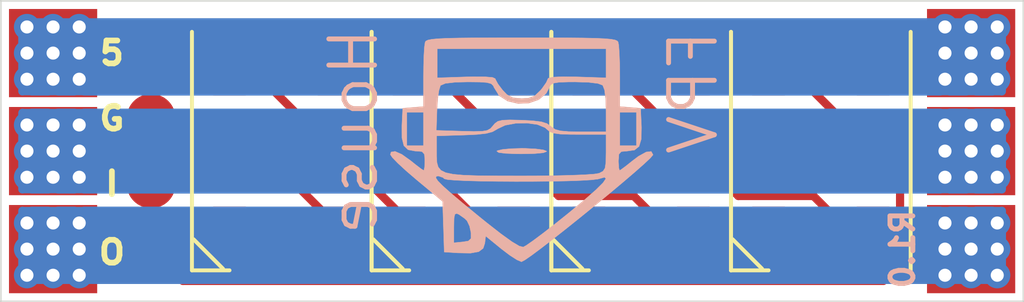
<source format=kicad_pcb>
(kicad_pcb (version 20171130) (host pcbnew "(5.1.4)-1")

  (general
    (thickness 1.6)
    (drawings 17)
    (tracks 118)
    (zones 0)
    (modules 8)
    (nets 11)
  )

  (page A4)
  (layers
    (0 F.Cu signal hide)
    (1 In1.Cu signal hide)
    (2 In2.Cu signal hide)
    (31 B.Cu signal hide)
    (32 B.Adhes user hide)
    (33 F.Adhes user hide)
    (34 B.Paste user hide)
    (35 F.Paste user hide)
    (36 B.SilkS user)
    (37 F.SilkS user)
    (38 B.Mask user)
    (39 F.Mask user hide)
    (40 Dwgs.User user hide)
    (41 Cmts.User user hide)
    (42 Eco1.User user hide)
    (43 Eco2.User user)
    (44 Edge.Cuts user)
    (45 Margin user hide)
    (46 B.CrtYd user hide)
    (47 F.CrtYd user hide)
    (48 B.Fab user hide)
    (49 F.Fab user hide)
  )

  (setup
    (last_trace_width 0.25)
    (trace_clearance 0.2)
    (zone_clearance 0.508)
    (zone_45_only no)
    (trace_min 0.2)
    (via_size 0.8)
    (via_drill 0.4)
    (via_min_size 0.4)
    (via_min_drill 0.3)
    (uvia_size 0.3)
    (uvia_drill 0.1)
    (uvias_allowed no)
    (uvia_min_size 0.2)
    (uvia_min_drill 0.1)
    (edge_width 0.05)
    (segment_width 0.2)
    (pcb_text_width 0.3)
    (pcb_text_size 1.5 1.5)
    (mod_edge_width 0.12)
    (mod_text_size 1 1)
    (mod_text_width 0.15)
    (pad_size 1.524 1.524)
    (pad_drill 0.762)
    (pad_to_mask_clearance 0.051)
    (solder_mask_min_width 0.25)
    (aux_axis_origin 0 0)
    (visible_elements 7FFFFFFF)
    (pcbplotparams
      (layerselection 0x010fc_ffffffff)
      (usegerberextensions false)
      (usegerberattributes false)
      (usegerberadvancedattributes false)
      (creategerberjobfile false)
      (excludeedgelayer true)
      (linewidth 0.100000)
      (plotframeref false)
      (viasonmask false)
      (mode 1)
      (useauxorigin false)
      (hpglpennumber 1)
      (hpglpenspeed 20)
      (hpglpendiameter 15.000000)
      (psnegative false)
      (psa4output false)
      (plotreference true)
      (plotvalue true)
      (plotinvisibletext false)
      (padsonsilk false)
      (subtractmaskfromsilk false)
      (outputformat 1)
      (mirror false)
      (drillshape 1)
      (scaleselection 1)
      (outputdirectory ""))
  )

  (net 0 "")
  (net 1 GND)
  (net 2 LED_IN)
  (net 3 "Net-(D1-Pad2)")
  (net 4 5V)
  (net 5 "Net-(D2-Pad2)")
  (net 6 "Net-(D3-Pad2)")
  (net 7 LED_OUT)
  (net 8 M1)
  (net 9 M2)
  (net 10 M3)

  (net_class Default "This is the default net class."
    (clearance 0.2)
    (trace_width 0.25)
    (via_dia 0.8)
    (via_drill 0.4)
    (uvia_dia 0.3)
    (uvia_drill 0.1)
    (add_net 5V)
    (add_net GND)
    (add_net LED_IN)
    (add_net LED_OUT)
    (add_net M1)
    (add_net M2)
    (add_net M3)
    (add_net "Net-(D1-Pad2)")
    (add_net "Net-(D2-Pad2)")
    (add_net "Net-(D3-Pad2)")
  )

  (module LED_Racewire:house_fpv_logo_10mm_10mm (layer B.Cu) (tedit 5F64E60A) (tstamp 5F6538A4)
    (at 82.6 38.7)
    (fp_text reference G*** (at 4 4) (layer Cmts.User) hide
      (effects (font (size 1.524 1.524) (thickness 0.3)))
    )
    (fp_text value LOGO (at 10 4) (layer B.SilkS) hide
      (effects (font (size 1.524 1.524) (thickness 0.3)) (justify mirror))
    )
    (fp_poly (pts (xy 0.445821 0.076494) (xy 0.703646 0.052721) (xy 0.805762 0.014464) (xy 0.804333 0)
      (xy 0.701001 -0.038788) (xy 0.471467 -0.068227) (xy 0.158803 -0.083533) (xy 0.042333 -0.084667)
      (xy -0.288634 -0.075199) (xy -0.550977 -0.049985) (xy -0.701625 -0.013812) (xy -0.719667 0)
      (xy -0.667317 0.042476) (xy -0.45618 0.07081) (xy -0.096298 0.083886) (xy 0.042333 0.084666)
      (xy 0.445821 0.076494)) (layer B.SilkS) (width 0.01))
    (fp_poly (pts (xy 0.139336 3.334942) (xy 0.347922 3.190561) (xy 0.644333 2.96971) (xy 1.008679 2.688575)
      (xy 1.421068 2.363344) (xy 1.861607 2.010204) (xy 2.310406 1.645341) (xy 2.747572 1.284943)
      (xy 3.153215 0.945196) (xy 3.507441 0.642287) (xy 3.79036 0.392404) (xy 3.98208 0.211732)
      (xy 4.062709 0.116459) (xy 4.064 0.110877) (xy 4.008655 0.010489) (xy 3.854484 0.02763)
      (xy 3.619285 0.157057) (xy 3.434529 0.296333) (xy 3.230125 0.459259) (xy 3.084407 0.566892)
      (xy 3.03928 0.592666) (xy 3.017047 0.51812) (xy 3.005951 0.334855) (xy 3.005667 0.296333)
      (xy 3.019517 0.09741) (xy 3.091779 0.015816) (xy 3.26852 0) (xy 3.270466 0)
      (xy 3.497716 -0.031944) (xy 3.636861 -0.145435) (xy 3.702855 -0.366964) (xy 3.710651 -0.72302)
      (xy 3.708398 -0.775775) (xy 3.683 -1.312334) (xy 3.3655 -1.338611) (xy 3.048 -1.364889)
      (xy 3.048 -2.284186) (xy 3.043445 -2.673334) (xy 3.031129 -3.007688) (xy 3.013071 -3.245846)
      (xy 2.996608 -3.337409) (xy 2.967319 -3.373624) (xy 2.899133 -3.402756) (xy 2.775511 -3.425555)
      (xy 2.579918 -3.44277) (xy 2.295818 -3.455151) (xy 1.906672 -3.463447) (xy 1.395945 -3.468409)
      (xy 0.747099 -3.470785) (xy 0.042333 -3.471334) (xy -0.742924 -3.470623) (xy -1.375389 -3.467993)
      (xy -1.871598 -3.462694) (xy -2.248088 -3.453975) (xy -2.521395 -3.441087) (xy -2.708056 -3.423281)
      (xy -2.824609 -3.399806) (xy -2.887589 -3.369914) (xy -2.911942 -3.337409) (xy -2.933033 -3.200977)
      (xy -2.94993 -2.936626) (xy -2.960613 -2.585758) (xy -2.963333 -2.284186) (xy -2.963333 -2.243667)
      (xy -2.540191 -2.243667) (xy -2.540095 -2.688167) (xy -2.54 -3.132667) (xy 2.624667 -3.132667)
      (xy 2.624857 -2.243667) (xy 1.735762 -2.27254) (xy 1.30301 -2.278673) (xy 1.006775 -2.265385)
      (xy 0.860331 -2.233526) (xy 0.846667 -2.215536) (xy 0.796224 -2.100936) (xy 0.670779 -1.922324)
      (xy 0.627474 -1.869163) (xy 0.447043 -1.694469) (xy 0.249062 -1.620664) (xy 0.042333 -1.608667)
      (xy -0.223106 -1.632467) (xy -0.408175 -1.729191) (xy -0.542807 -1.869163) (xy -0.682302 -2.054706)
      (xy -0.757675 -2.193429) (xy -0.762 -2.215536) (xy -0.844008 -2.254673) (xy -1.081182 -2.275583)
      (xy -1.460248 -2.277418) (xy -1.651095 -2.27254) (xy -2.540191 -2.243667) (xy -2.963333 -2.243667)
      (xy -2.963333 -1.364889) (xy -3.280833 -1.338611) (xy -3.598333 -1.312334) (xy -3.623732 -0.775775)
      (xy -3.621886 -0.401886) (xy -3.564527 -0.169334) (xy -3.471333 -0.169334) (xy -3.471333 -1.185334)
      (xy -2.963333 -1.185334) (xy -2.963333 -0.635) (xy -2.568829 -0.635) (xy -2.548081 -1.268956)
      (xy -2.526701 -1.591041) (xy -2.489559 -1.85243) (xy -2.444228 -2.001859) (xy -2.438633 -2.009789)
      (xy -2.291874 -2.072413) (xy -1.978063 -2.107864) (xy -1.604005 -2.116667) (xy -1.242608 -2.112934)
      (xy -1.015568 -2.096868) (xy -0.887986 -2.06117) (xy -0.824961 -1.998538) (xy -0.805034 -1.949542)
      (xy -0.645127 -1.693941) (xy -0.384996 -1.528654) (xy -0.067652 -1.453683) (xy 0.263891 -1.469026)
      (xy 0.56662 -1.574685) (xy 0.797522 -1.770658) (xy 0.889701 -1.949542) (xy 0.932218 -2.030549)
      (xy 1.020248 -2.080324) (xy 1.188859 -2.106265) (xy 1.473116 -2.115767) (xy 1.682105 -2.116667)
      (xy 2.092087 -2.104394) (xy 2.380339 -2.069465) (xy 2.523067 -2.015067) (xy 2.578203 -1.872733)
      (xy 2.613512 -1.595081) (xy 2.624667 -1.253067) (xy 2.624667 -0.592667) (xy 1.862667 -0.592667)
      (xy 1.481524 -0.598264) (xy 1.229756 -0.619764) (xy 1.067635 -0.664229) (xy 0.955435 -0.738721)
      (xy 0.935927 -0.757406) (xy 0.817294 -0.843053) (xy 0.642505 -0.897961) (xy 0.371748 -0.930563)
      (xy 0.041308 -0.946868) (xy -0.316348 -0.955413) (xy -0.54541 -0.94637) (xy -0.686335 -0.911967)
      (xy -0.779577 -0.844433) (xy -0.834062 -0.77871) (xy -0.914176 -0.688572) (xy -1.013995 -0.633628)
      (xy -1.171685 -0.607046) (xy -1.425412 -0.601993) (xy -1.774191 -0.610415) (xy -2.568829 -0.635)
      (xy -2.963333 -0.635) (xy -2.963333 -0.465667) (xy -2.561514 -0.465667) (xy -1.734532 -0.490043)
      (xy -1.321309 -0.50872) (xy -1.03831 -0.540559) (xy -0.846532 -0.592716) (xy -0.706973 -0.672347)
      (xy -0.696356 -0.680543) (xy -0.46139 -0.790836) (xy -0.140954 -0.849461) (xy 0.207585 -0.856539)
      (xy 0.526864 -0.812195) (xy 0.759517 -0.71655) (xy 0.804333 -0.677334) (xy 0.896553 -0.597995)
      (xy 1.024132 -0.547801) (xy 1.224177 -0.520385) (xy 1.533795 -0.509377) (xy 1.791122 -0.508)
      (xy 2.624667 -0.508) (xy 2.624667 -0.169334) (xy 3.048 -0.169334) (xy 3.048 -1.185334)
      (xy 3.556 -1.185334) (xy 3.556 -0.169334) (xy 3.048 -0.169334) (xy 2.624667 -0.169334)
      (xy 2.624667 0.044429) (xy 2.619507 0.344894) (xy 2.593917 0.520462) (xy 2.532726 0.615486)
      (xy 2.420765 0.67432) (xy 2.407488 0.679429) (xy 2.263499 0.702384) (xy 1.974523 0.722512)
      (xy 1.564895 0.739004) (xy 1.058947 0.75105) (xy 0.481014 0.757841) (xy 0.015655 0.759)
      (xy -0.711698 0.757462) (xy -1.287438 0.751755) (xy -1.729285 0.736893) (xy -2.054957 0.707888)
      (xy -2.282173 0.659753) (xy -2.428653 0.587502) (xy -2.512114 0.486146) (xy -2.550276 0.3507)
      (xy -2.560858 0.176176) (xy -2.561341 0.03369) (xy -2.561514 -0.465667) (xy -2.963333 -0.465667)
      (xy -2.963333 -0.169334) (xy -3.471333 -0.169334) (xy -3.564527 -0.169334) (xy -3.563627 -0.165687)
      (xy -3.434003 -0.040688) (xy -3.218059 -0.0004) (xy -3.1858 0) (xy -3.008044 0.0155)
      (xy -2.935133 0.096367) (xy -2.921001 0.294155) (xy -2.921 0.296333) (xy -2.929456 0.492334)
      (xy -2.950244 0.590156) (xy -2.954614 0.592666) (xy -3.033064 0.543526) (xy -3.199841 0.416869)
      (xy -3.349863 0.296333) (xy -3.624109 0.100151) (xy -3.83192 0.008747) (xy -3.953681 0.028076)
      (xy -3.977355 0.105833) (xy -3.914774 0.19796) (xy -3.745639 0.371583) (xy -3.495435 0.602189)
      (xy -3.244745 0.817861) (xy -2.584381 0.817861) (xy -2.568893 0.772056) (xy -2.506871 0.762)
      (xy -2.360925 0.811972) (xy -2.328333 0.846666) (xy -2.231385 0.871624) (xy -1.991852 0.892255)
      (xy -1.636432 0.908547) (xy -1.191818 0.92049) (xy -0.684705 0.928071) (xy -0.141789 0.931279)
      (xy 0.410235 0.930101) (xy 0.944673 0.924526) (xy 1.43483 0.914543) (xy 1.85401 0.900138)
      (xy 2.175519 0.881301) (xy 2.372661 0.858019) (xy 2.407488 0.848762) (xy 2.57827 0.801968)
      (xy 2.621018 0.841129) (xy 2.533683 0.968524) (xy 2.314213 1.186437) (xy 1.960558 1.497147)
      (xy 1.470668 1.902937) (xy 1.430841 1.935269) (xy 1.040192 2.247483) (xy 0.686055 2.521981)
      (xy 0.392636 2.740669) (xy 0.184145 2.885456) (xy 0.090075 2.937387) (xy -0.031242 2.906323)
      (xy -0.255661 2.772949) (xy -0.588982 2.53324) (xy -1.037005 2.18317) (xy -1.281262 1.985559)
      (xy -1.763732 1.589154) (xy -2.123948 1.285494) (xy -2.37324 1.063268) (xy -2.52294 0.911161)
      (xy -2.584381 0.817861) (xy -3.244745 0.817861) (xy -3.189651 0.865259) (xy -3.176084 0.87656)
      (xy -2.37679 1.541454) (xy -2.352562 2.315894) (xy -2.352099 2.330719) (xy -2.032 2.330719)
      (xy -2.027022 2.064589) (xy -2.003451 1.935054) (xy -1.948335 1.909469) (xy -1.87687 1.939732)
      (xy -1.700211 2.063983) (xy -1.629235 2.134216) (xy -1.552703 2.296867) (xy -1.509199 2.498672)
      (xy -1.508159 2.674365) (xy -1.589386 2.751109) (xy -1.756833 2.778198) (xy -2.032 2.804729)
      (xy -2.032 2.330719) (xy -2.352099 2.330719) (xy -2.328333 3.090333) (xy -1.910611 3.116774)
      (xy -1.522821 3.12389) (xy -1.273033 3.080134) (xy -1.13511 2.976249) (xy -1.085104 2.824375)
      (xy -1.058333 2.601162) (xy -0.577211 2.993914) (xy -0.323573 3.186724) (xy -0.106 3.32683)
      (xy 0.031616 3.386235) (xy 0.038468 3.386666) (xy 0.139336 3.334942)) (layer B.SilkS) (width 0.01))
  )

  (module LED_SMD:LED_WS2812B_PLCC4_5.0x5.0mm_P3.2mm (layer F.Cu) (tedit 5AA4B285) (tstamp 5F651F20)
    (at 75.3 38.7 270)
    (descr https://cdn-shop.adafruit.com/datasheets/WS2812B.pdf)
    (tags "LED RGB NeoPixel")
    (path /5F652F2A)
    (attr smd)
    (fp_text reference D1 (at 0 -3.5 90) (layer Cmts.User) hide
      (effects (font (size 1 1) (thickness 0.15)))
    )
    (fp_text value WS2812B (at 0 4 90) (layer Cmts.User) hide
      (effects (font (size 1 1) (thickness 0.15)))
    )
    (fp_text user 1 (at -4.15 -1.6 90) (layer Cmts.User) hide
      (effects (font (size 1 1) (thickness 0.15)))
    )
    (fp_text user %R (at 0 0 90) (layer F.Fab)
      (effects (font (size 0.8 0.8) (thickness 0.15)))
    )
    (fp_line (start 3.45 -2.75) (end -3.45 -2.75) (layer F.CrtYd) (width 0.05))
    (fp_line (start 3.45 2.75) (end 3.45 -2.75) (layer F.CrtYd) (width 0.05))
    (fp_line (start -3.45 2.75) (end 3.45 2.75) (layer F.CrtYd) (width 0.05))
    (fp_line (start -3.45 -2.75) (end -3.45 2.75) (layer F.CrtYd) (width 0.05))
    (fp_line (start 2.5 1.5) (end 1.5 2.5) (layer F.Fab) (width 0.1))
    (fp_line (start -2.5 -2.5) (end -2.5 2.5) (layer F.Fab) (width 0.1))
    (fp_line (start -2.5 2.5) (end 2.5 2.5) (layer F.Fab) (width 0.1))
    (fp_line (start 2.5 2.5) (end 2.5 -2.5) (layer F.Fab) (width 0.1))
    (fp_line (start 2.5 -2.5) (end -2.5 -2.5) (layer F.Fab) (width 0.1))
    (fp_line (start -3.65 -2.75) (end 3.65 -2.75) (layer F.SilkS) (width 0.12))
    (fp_line (start -3.65 2.75) (end 3.65 2.75) (layer F.SilkS) (width 0.12))
    (fp_line (start 3.65 2.75) (end 3.65 1.6) (layer F.SilkS) (width 0.12))
    (fp_circle (center 0 0) (end 0 -2) (layer F.Fab) (width 0.1))
    (pad 3 smd rect (at 2.45 1.6 270) (size 1.5 1) (layers F.Cu F.Paste F.Mask)
      (net 1 GND))
    (pad 4 smd rect (at 2.45 -1.6 270) (size 1.5 1) (layers F.Cu F.Paste F.Mask)
      (net 2 LED_IN))
    (pad 2 smd rect (at -2.45 1.6 270) (size 1.5 1) (layers F.Cu F.Paste F.Mask)
      (net 3 "Net-(D1-Pad2)"))
    (pad 1 smd rect (at -2.45 -1.6 270) (size 1.5 1) (layers F.Cu F.Paste F.Mask)
      (net 4 5V))
    (model ${KISYS3DMOD}/LED_SMD.3dshapes/LED_WS2812B_PLCC4_5.0x5.0mm_P3.2mm.wrl
      (at (xyz 0 0 0))
      (scale (xyz 1 1 1))
      (rotate (xyz 0 0 0))
    )
  )

  (module LED_SMD:LED_WS2812B_PLCC4_5.0x5.0mm_P3.2mm (layer F.Cu) (tedit 5AA4B285) (tstamp 5F652187)
    (at 80.8 38.7 270)
    (descr https://cdn-shop.adafruit.com/datasheets/WS2812B.pdf)
    (tags "LED RGB NeoPixel")
    (path /5F653990)
    (attr smd)
    (fp_text reference D2 (at 0 -3.5 90) (layer Cmts.User) hide
      (effects (font (size 1 1) (thickness 0.15)))
    )
    (fp_text value WS2812B (at 0 4 90) (layer F.Fab) hide
      (effects (font (size 1 1) (thickness 0.15)))
    )
    (fp_circle (center 0 0) (end 0 -2) (layer F.Fab) (width 0.1))
    (fp_line (start 3.65 2.75) (end 3.65 1.6) (layer F.SilkS) (width 0.12))
    (fp_line (start -3.65 2.75) (end 3.65 2.75) (layer F.SilkS) (width 0.12))
    (fp_line (start -3.65 -2.75) (end 3.65 -2.75) (layer F.SilkS) (width 0.12))
    (fp_line (start 2.5 -2.5) (end -2.5 -2.5) (layer F.Fab) (width 0.1))
    (fp_line (start 2.5 2.5) (end 2.5 -2.5) (layer F.Fab) (width 0.1))
    (fp_line (start -2.5 2.5) (end 2.5 2.5) (layer F.Fab) (width 0.1))
    (fp_line (start -2.5 -2.5) (end -2.5 2.5) (layer F.Fab) (width 0.1))
    (fp_line (start 2.5 1.5) (end 1.5 2.5) (layer F.Fab) (width 0.1))
    (fp_line (start -3.45 -2.75) (end -3.45 2.75) (layer F.CrtYd) (width 0.05))
    (fp_line (start -3.45 2.75) (end 3.45 2.75) (layer F.CrtYd) (width 0.05))
    (fp_line (start 3.45 2.75) (end 3.45 -2.75) (layer F.CrtYd) (width 0.05))
    (fp_line (start 3.45 -2.75) (end -3.45 -2.75) (layer F.CrtYd) (width 0.05))
    (fp_text user %R (at 0 0 90) (layer F.Fab)
      (effects (font (size 0.8 0.8) (thickness 0.15)))
    )
    (fp_text user 1 (at -4.15 -1.6 90) (layer Cmts.User) hide
      (effects (font (size 1 1) (thickness 0.15)))
    )
    (pad 1 smd rect (at -2.45 -1.6 270) (size 1.5 1) (layers F.Cu F.Paste F.Mask)
      (net 4 5V))
    (pad 2 smd rect (at -2.45 1.6 270) (size 1.5 1) (layers F.Cu F.Paste F.Mask)
      (net 5 "Net-(D2-Pad2)"))
    (pad 4 smd rect (at 2.45 -1.6 270) (size 1.5 1) (layers F.Cu F.Paste F.Mask)
      (net 3 "Net-(D1-Pad2)"))
    (pad 3 smd rect (at 2.45 1.6 270) (size 1.5 1) (layers F.Cu F.Paste F.Mask)
      (net 1 GND))
    (model ${KISYS3DMOD}/LED_SMD.3dshapes/LED_WS2812B_PLCC4_5.0x5.0mm_P3.2mm.wrl
      (at (xyz 0 0 0))
      (scale (xyz 1 1 1))
      (rotate (xyz 0 0 0))
    )
  )

  (module LED_SMD:LED_WS2812B_PLCC4_5.0x5.0mm_P3.2mm (layer F.Cu) (tedit 5AA4B285) (tstamp 5F651F4E)
    (at 86.3 38.7 270)
    (descr https://cdn-shop.adafruit.com/datasheets/WS2812B.pdf)
    (tags "LED RGB NeoPixel")
    (path /5F654C61)
    (attr smd)
    (fp_text reference D3 (at 0 -3.5 90) (layer Cmts.User) hide
      (effects (font (size 1 1) (thickness 0.15)))
    )
    (fp_text value WS2812B (at 0 4 90) (layer F.Fab) hide
      (effects (font (size 1 1) (thickness 0.15)))
    )
    (fp_text user 1 (at -4.15 -1.6 90) (layer Cmts.User) hide
      (effects (font (size 1 1) (thickness 0.15)))
    )
    (fp_text user %R (at 0 0 90) (layer F.Fab)
      (effects (font (size 0.8 0.8) (thickness 0.15)))
    )
    (fp_line (start 3.45 -2.75) (end -3.45 -2.75) (layer F.CrtYd) (width 0.05))
    (fp_line (start 3.45 2.75) (end 3.45 -2.75) (layer F.CrtYd) (width 0.05))
    (fp_line (start -3.45 2.75) (end 3.45 2.75) (layer F.CrtYd) (width 0.05))
    (fp_line (start -3.45 -2.75) (end -3.45 2.75) (layer F.CrtYd) (width 0.05))
    (fp_line (start 2.5 1.5) (end 1.5 2.5) (layer F.Fab) (width 0.1))
    (fp_line (start -2.5 -2.5) (end -2.5 2.5) (layer F.Fab) (width 0.1))
    (fp_line (start -2.5 2.5) (end 2.5 2.5) (layer F.Fab) (width 0.1))
    (fp_line (start 2.5 2.5) (end 2.5 -2.5) (layer F.Fab) (width 0.1))
    (fp_line (start 2.5 -2.5) (end -2.5 -2.5) (layer F.Fab) (width 0.1))
    (fp_line (start -3.65 -2.75) (end 3.65 -2.75) (layer F.SilkS) (width 0.12))
    (fp_line (start -3.65 2.75) (end 3.65 2.75) (layer F.SilkS) (width 0.12))
    (fp_line (start 3.65 2.75) (end 3.65 1.6) (layer F.SilkS) (width 0.12))
    (fp_circle (center 0 0) (end 0 -2) (layer F.Fab) (width 0.1))
    (pad 3 smd rect (at 2.45 1.6 270) (size 1.5 1) (layers F.Cu F.Paste F.Mask)
      (net 1 GND))
    (pad 4 smd rect (at 2.45 -1.6 270) (size 1.5 1) (layers F.Cu F.Paste F.Mask)
      (net 5 "Net-(D2-Pad2)"))
    (pad 2 smd rect (at -2.45 1.6 270) (size 1.5 1) (layers F.Cu F.Paste F.Mask)
      (net 6 "Net-(D3-Pad2)"))
    (pad 1 smd rect (at -2.45 -1.6 270) (size 1.5 1) (layers F.Cu F.Paste F.Mask)
      (net 4 5V))
    (model ${KISYS3DMOD}/LED_SMD.3dshapes/LED_WS2812B_PLCC4_5.0x5.0mm_P3.2mm.wrl
      (at (xyz 0 0 0))
      (scale (xyz 1 1 1))
      (rotate (xyz 0 0 0))
    )
  )

  (module LED_SMD:LED_WS2812B_PLCC4_5.0x5.0mm_P3.2mm (layer F.Cu) (tedit 5AA4B285) (tstamp 5F651F65)
    (at 91.8 38.7 270)
    (descr https://cdn-shop.adafruit.com/datasheets/WS2812B.pdf)
    (tags "LED RGB NeoPixel")
    (path /5F655BFC)
    (attr smd)
    (fp_text reference D4 (at 0 -3.5 90) (layer Cmts.User) hide
      (effects (font (size 1 1) (thickness 0.15)))
    )
    (fp_text value WS2812B (at 0 4 90) (layer F.Fab) hide
      (effects (font (size 1 1) (thickness 0.15)))
    )
    (fp_circle (center 0 0) (end 0 -2) (layer F.Fab) (width 0.1))
    (fp_line (start 3.65 2.75) (end 3.65 1.6) (layer F.SilkS) (width 0.12))
    (fp_line (start -3.65 2.75) (end 3.65 2.75) (layer F.SilkS) (width 0.12))
    (fp_line (start -3.65 -2.75) (end 3.65 -2.75) (layer F.SilkS) (width 0.12))
    (fp_line (start 2.5 -2.5) (end -2.5 -2.5) (layer F.Fab) (width 0.1))
    (fp_line (start 2.5 2.5) (end 2.5 -2.5) (layer F.Fab) (width 0.1))
    (fp_line (start -2.5 2.5) (end 2.5 2.5) (layer F.Fab) (width 0.1))
    (fp_line (start -2.5 -2.5) (end -2.5 2.5) (layer F.Fab) (width 0.1))
    (fp_line (start 2.5 1.5) (end 1.5 2.5) (layer F.Fab) (width 0.1))
    (fp_line (start -3.45 -2.75) (end -3.45 2.75) (layer F.CrtYd) (width 0.05))
    (fp_line (start -3.45 2.75) (end 3.45 2.75) (layer F.CrtYd) (width 0.05))
    (fp_line (start 3.45 2.75) (end 3.45 -2.75) (layer F.CrtYd) (width 0.05))
    (fp_line (start 3.45 -2.75) (end -3.45 -2.75) (layer F.CrtYd) (width 0.05))
    (fp_text user %R (at 0 0 90) (layer F.Fab)
      (effects (font (size 0.8 0.8) (thickness 0.15)))
    )
    (fp_text user 1 (at -4.15 -1.6 90) (layer Cmts.User) hide
      (effects (font (size 1 1) (thickness 0.15)))
    )
    (pad 1 smd rect (at -2.45 -1.6 270) (size 1.5 1) (layers F.Cu F.Paste F.Mask)
      (net 4 5V))
    (pad 2 smd rect (at -2.45 1.6 270) (size 1.5 1) (layers F.Cu F.Paste F.Mask)
      (net 7 LED_OUT))
    (pad 4 smd rect (at 2.45 -1.6 270) (size 1.5 1) (layers F.Cu F.Paste F.Mask)
      (net 6 "Net-(D3-Pad2)"))
    (pad 3 smd rect (at 2.45 1.6 270) (size 1.5 1) (layers F.Cu F.Paste F.Mask)
      (net 1 GND))
    (model ${KISYS3DMOD}/LED_SMD.3dshapes/LED_WS2812B_PLCC4_5.0x5.0mm_P3.2mm.wrl
      (at (xyz 0 0 0))
      (scale (xyz 1 1 1))
      (rotate (xyz 0 0 0))
    )
  )

  (module LED_Racewire:LED_PINS (layer F.Cu) (tedit 5F64CB41) (tstamp 5F65277A)
    (at 67.3 34.7)
    (path /5F6689C5)
    (fp_text reference J2 (at 2 9) (layer Cmts.User) hide
      (effects (font (size 1 1) (thickness 0.15)))
    )
    (fp_text value Conn_01x04_Male (at -1 4 90) (layer Cmts.User) hide
      (effects (font (size 1 1) (thickness 0.15)))
    )
    (pad 1 smd circle (at 4 1) (size 1.5 1.5) (layers F.Cu F.Paste F.Mask)
      (net 4 5V))
    (pad 2 smd circle (at 4 3) (size 1.5 1.5) (layers F.Cu F.Paste F.Mask)
      (net 1 GND))
    (pad 4 smd circle (at 4 7) (size 1.5 1.5) (layers F.Cu F.Paste F.Mask)
      (net 7 LED_OUT))
    (pad 3 smd circle (at 4 5) (size 1.5 1.5) (layers F.Cu F.Paste F.Mask)
      (net 2 LED_IN))
  )

  (module LED_Racewire:Racewire_3w_2mm (layer F.Cu) (tedit 5F64CF0F) (tstamp 5F652F71)
    (at 67.3 34.7)
    (path /5F657E9F)
    (fp_text reference J1 (at 2 9) (layer Cmts.User) hide
      (effects (font (size 1 1) (thickness 0.15)))
    )
    (fp_text value Conn_01x03_Male (at -1 4 90) (layer Cmts.User) hide
      (effects (font (size 1 1) (thickness 0.15)))
    )
    (pad 1 smd rect (at 1 1) (size 2.7 2.7) (layers F.Cu F.Paste F.Mask)
      (net 8 M1))
    (pad 2 smd rect (at 1 4) (size 2.7 2.7) (layers F.Cu F.Paste F.Mask)
      (net 9 M2))
    (pad 3 smd rect (at 1 7) (size 2.7 2.7) (layers F.Cu F.Paste F.Mask)
      (net 10 M3))
  )

  (module LED_Racewire:Racewire_3w_2mm (layer F.Cu) (tedit 5F64CF0F) (tstamp 5F652F78)
    (at 95.4 34.7)
    (path /5F658685)
    (fp_text reference J3 (at 2 9) (layer Cmts.User) hide
      (effects (font (size 1 1) (thickness 0.15)))
    )
    (fp_text value Conn_01x03_Male (at -1 4 90) (layer Cmts.User) hide
      (effects (font (size 1 1) (thickness 0.15)))
    )
    (pad 3 smd rect (at 1 7) (size 2.7 2.7) (layers F.Cu F.Paste F.Mask)
      (net 10 M3))
    (pad 2 smd rect (at 1 4) (size 2.7 2.7) (layers F.Cu F.Paste F.Mask)
      (net 9 M2))
    (pad 1 smd rect (at 1 1) (size 2.7 2.7) (layers F.Cu F.Paste F.Mask)
      (net 8 M1))
  )

  (gr_text FPV (at 87.9 36.9 90) (layer B.SilkS) (tstamp 5F6538F2)
    (effects (font (size 1.4 1.4) (thickness 0.15)) (justify mirror))
  )
  (gr_text House (at 77.5 38.1 90) (layer B.SilkS)
    (effects (font (size 1.4 1.4) (thickness 0.15)) (justify mirror))
  )
  (gr_text R1.0 (at 94.3 41.7 90) (layer B.SilkS)
    (effects (font (size 0.7 0.7) (thickness 0.15)) (justify mirror))
  )
  (gr_line (start 72.6 41.4) (end 73.5 42.3) (layer F.SilkS) (width 0.12) (tstamp 5F65330A))
  (gr_line (start 78.1 41.4) (end 79 42.3) (layer F.SilkS) (width 0.12) (tstamp 5F65330A))
  (gr_line (start 83.6 41.4) (end 84.5 42.3) (layer F.SilkS) (width 0.12) (tstamp 5F6532D9))
  (gr_line (start 89.1 41.4) (end 90 42.3) (layer F.SilkS) (width 0.12))
  (dimension 31.3 (width 0.12) (layer F.Fab)
    (gr_text "31.300 mm" (at 82.35 31.83) (layer F.Fab)
      (effects (font (size 1 1) (thickness 0.15)))
    )
    (feature1 (pts (xy 98 34.1) (xy 98 32.513579)))
    (feature2 (pts (xy 66.7 34.1) (xy 66.7 32.513579)))
    (crossbar (pts (xy 66.7 33.1) (xy 98 33.1)))
    (arrow1a (pts (xy 98 33.1) (xy 96.873496 33.686421)))
    (arrow1b (pts (xy 98 33.1) (xy 96.873496 32.513579)))
    (arrow2a (pts (xy 66.7 33.1) (xy 67.826504 33.686421)))
    (arrow2b (pts (xy 66.7 33.1) (xy 67.826504 32.513579)))
  )
  (dimension 9.2 (width 0.12) (layer F.Fab)
    (gr_text "9.200 mm" (at 63.13 38.7 90) (layer F.Fab)
      (effects (font (size 1 1) (thickness 0.15)))
    )
    (feature1 (pts (xy 66.7 34.1) (xy 63.813579 34.1)))
    (feature2 (pts (xy 66.7 43.3) (xy 63.813579 43.3)))
    (crossbar (pts (xy 64.4 43.3) (xy 64.4 34.1)))
    (arrow1a (pts (xy 64.4 34.1) (xy 64.986421 35.226504)))
    (arrow1b (pts (xy 64.4 34.1) (xy 63.813579 35.226504)))
    (arrow2a (pts (xy 64.4 43.3) (xy 64.986421 42.173496)))
    (arrow2b (pts (xy 64.4 43.3) (xy 63.813579 42.173496)))
  )
  (gr_text I (at 70.1 39.7) (layer F.SilkS) (tstamp 5F65324A)
    (effects (font (size 0.7 0.7) (thickness 0.175)))
  )
  (gr_text O (at 70.1 41.8) (layer F.SilkS) (tstamp 5F65323F)
    (effects (font (size 0.7 0.7) (thickness 0.175)))
  )
  (gr_text G (at 70.1 37.7) (layer F.SilkS) (tstamp 5F65321E)
    (effects (font (size 0.7 0.7) (thickness 0.175)))
  )
  (gr_text 5 (at 70.1 35.7) (layer F.SilkS)
    (effects (font (size 0.7 0.7) (thickness 0.175)))
  )
  (gr_line (start 66.7 43.3) (end 66.7 34.1) (layer Edge.Cuts) (width 0.05) (tstamp 5F6531DC))
  (gr_line (start 98 43.3) (end 66.7 43.3) (layer Edge.Cuts) (width 0.05) (tstamp 5F653269))
  (gr_line (start 98 34.1) (end 98 43.3) (layer Edge.Cuts) (width 0.05))
  (gr_line (start 66.7 34.1) (end 98 34.1) (layer Edge.Cuts) (width 0.05))

  (via (at 96.4 42.5) (size 0.8) (drill 0.4) (layers F.Cu B.Cu) (net 10) (tstamp 5F6531A0))
  (via (at 95.6 41.7) (size 0.8) (drill 0.4) (layers F.Cu B.Cu) (net 10) (tstamp 5F6531A1))
  (via (at 97.2 40.9) (size 0.8) (drill 0.4) (layers F.Cu B.Cu) (net 10) (tstamp 5F6531A2))
  (via (at 96.4 41.7) (size 0.8) (drill 0.4) (layers F.Cu B.Cu) (net 10) (tstamp 5F6531A3))
  (via (at 95.6 42.5) (size 0.8) (drill 0.4) (layers F.Cu B.Cu) (net 10) (tstamp 5F6531A4))
  (via (at 96.4 40.9) (size 0.8) (drill 0.4) (layers F.Cu B.Cu) (net 10) (tstamp 5F6531A5))
  (via (at 97.2 41.7) (size 0.8) (drill 0.4) (layers F.Cu B.Cu) (net 10) (tstamp 5F6531A6))
  (via (at 97.2 42.5) (size 0.8) (drill 0.4) (layers F.Cu B.Cu) (net 10) (tstamp 5F6531A7))
  (via (at 95.6 40.9) (size 0.8) (drill 0.4) (layers F.Cu B.Cu) (net 10) (tstamp 5F6531A8))
  (via (at 96.4 39.5) (size 0.8) (drill 0.4) (layers F.Cu B.Cu) (net 9) (tstamp 5F653157))
  (via (at 97.2 39.5) (size 0.8) (drill 0.4) (layers F.Cu B.Cu) (net 9) (tstamp 5F653158))
  (via (at 95.6 39.5) (size 0.8) (drill 0.4) (layers F.Cu B.Cu) (net 9) (tstamp 5F653159))
  (via (at 95.6 37.9) (size 0.8) (drill 0.4) (layers F.Cu B.Cu) (net 9) (tstamp 5F65315A))
  (via (at 97.2 37.9) (size 0.8) (drill 0.4) (layers F.Cu B.Cu) (net 9) (tstamp 5F65315B))
  (via (at 96.4 38.7) (size 0.8) (drill 0.4) (layers F.Cu B.Cu) (net 9) (tstamp 5F65315C))
  (via (at 95.6 38.7) (size 0.8) (drill 0.4) (layers F.Cu B.Cu) (net 9) (tstamp 5F65315D))
  (via (at 96.4 37.9) (size 0.8) (drill 0.4) (layers F.Cu B.Cu) (net 9) (tstamp 5F65315E))
  (via (at 97.2 38.7) (size 0.8) (drill 0.4) (layers F.Cu B.Cu) (net 9) (tstamp 5F65315F))
  (via (at 97.2 35.7) (size 0.8) (drill 0.4) (layers F.Cu B.Cu) (net 8) (tstamp 5F653108))
  (via (at 95.6 35.7) (size 0.8) (drill 0.4) (layers F.Cu B.Cu) (net 8) (tstamp 5F653109))
  (via (at 96.4 36.5) (size 0.8) (drill 0.4) (layers F.Cu B.Cu) (net 8) (tstamp 5F65310A))
  (via (at 96.4 35.7) (size 0.8) (drill 0.4) (layers F.Cu B.Cu) (net 8) (tstamp 5F65310B))
  (via (at 97.2 34.9) (size 0.8) (drill 0.4) (layers F.Cu B.Cu) (net 8) (tstamp 5F65310C))
  (via (at 95.6 34.9) (size 0.8) (drill 0.4) (layers F.Cu B.Cu) (net 8) (tstamp 5F65310D))
  (via (at 96.4 34.9) (size 0.8) (drill 0.4) (layers F.Cu B.Cu) (net 8) (tstamp 5F65310E))
  (via (at 95.6 36.5) (size 0.8) (drill 0.4) (layers F.Cu B.Cu) (net 8) (tstamp 5F65310F))
  (via (at 97.2 36.5) (size 0.8) (drill 0.4) (layers F.Cu B.Cu) (net 8) (tstamp 5F653110))
  (via (at 69.1 42.5) (size 0.8) (drill 0.4) (layers F.Cu B.Cu) (net 10))
  (via (at 69.1 41.7) (size 0.8) (drill 0.4) (layers F.Cu B.Cu) (net 10))
  (via (at 69.1 40.9) (size 0.8) (drill 0.4) (layers F.Cu B.Cu) (net 10))
  (via (at 68.3 40.9) (size 0.8) (drill 0.4) (layers F.Cu B.Cu) (net 10))
  (via (at 68.3 41.7) (size 0.8) (drill 0.4) (layers F.Cu B.Cu) (net 10))
  (via (at 68.3 42.5) (size 0.8) (drill 0.4) (layers F.Cu B.Cu) (net 10))
  (via (at 67.5 42.5) (size 0.8) (drill 0.4) (layers F.Cu B.Cu) (net 10))
  (via (at 67.5 41.7) (size 0.8) (drill 0.4) (layers F.Cu B.Cu) (net 10))
  (via (at 67.5 40.9) (size 0.8) (drill 0.4) (layers F.Cu B.Cu) (net 10))
  (via (at 69.1 37.9) (size 0.8) (drill 0.4) (layers F.Cu B.Cu) (net 9) (tstamp 5F653149))
  (via (at 68.3 37.9) (size 0.8) (drill 0.4) (layers F.Cu B.Cu) (net 9) (tstamp 5F653140))
  (via (at 68.3 38.7) (size 0.8) (drill 0.4) (layers F.Cu B.Cu) (net 9) (tstamp 5F653146))
  (via (at 69.1 38.7) (size 0.8) (drill 0.4) (layers F.Cu B.Cu) (net 9) (tstamp 5F65313D))
  (via (at 69.1 39.5) (size 0.8) (drill 0.4) (layers F.Cu B.Cu) (net 9))
  (via (at 68.3 39.5) (size 0.8) (drill 0.4) (layers F.Cu B.Cu) (net 9))
  (via (at 67.5 39.5) (size 0.8) (drill 0.4) (layers F.Cu B.Cu) (net 9))
  (via (at 67.5 38.7) (size 0.8) (drill 0.4) (layers F.Cu B.Cu) (net 9) (tstamp 5F653143))
  (via (at 67.5 37.9) (size 0.8) (drill 0.4) (layers F.Cu B.Cu) (net 9) (tstamp 5F65314C))
  (via (at 69.1 36.5) (size 0.8) (drill 0.4) (layers F.Cu B.Cu) (net 8))
  (via (at 69.1 35.7) (size 0.8) (drill 0.4) (layers F.Cu B.Cu) (net 8))
  (via (at 69.1 34.9) (size 0.8) (drill 0.4) (layers F.Cu B.Cu) (net 8))
  (via (at 68.3 34.9) (size 0.8) (drill 0.4) (layers F.Cu B.Cu) (net 8))
  (via (at 68.3 35.7) (size 0.8) (drill 0.4) (layers F.Cu B.Cu) (net 8))
  (via (at 68.3 36.5) (size 0.8) (drill 0.4) (layers F.Cu B.Cu) (net 8))
  (via (at 67.5 36.5) (size 0.8) (drill 0.4) (layers F.Cu B.Cu) (net 8))
  (via (at 67.5 35.7) (size 0.8) (drill 0.4) (layers F.Cu B.Cu) (net 8))
  (via (at 67.5 34.9) (size 0.8) (drill 0.4) (layers F.Cu B.Cu) (net 8))
  (segment (start 79.2 41.4) (end 79.2 41.15) (width 0.25) (layer F.Cu) (net 1))
  (segment (start 78.374999 42.225001) (end 79.2 41.4) (width 0.25) (layer F.Cu) (net 1))
  (segment (start 75.525001 42.225001) (end 78.374999 42.225001) (width 0.25) (layer F.Cu) (net 1))
  (segment (start 74.45 41.15) (end 75.525001 42.225001) (width 0.25) (layer F.Cu) (net 1))
  (segment (start 73.7 41.15) (end 74.45 41.15) (width 0.25) (layer F.Cu) (net 1))
  (segment (start 84.7 41.4) (end 84.7 41.15) (width 0.25) (layer F.Cu) (net 1))
  (segment (start 83.874999 42.225001) (end 84.7 41.4) (width 0.25) (layer F.Cu) (net 1))
  (segment (start 81.025001 42.225001) (end 83.874999 42.225001) (width 0.25) (layer F.Cu) (net 1))
  (segment (start 79.95 41.15) (end 81.025001 42.225001) (width 0.25) (layer F.Cu) (net 1))
  (segment (start 79.2 41.15) (end 79.95 41.15) (width 0.25) (layer F.Cu) (net 1))
  (segment (start 90.2 41.4) (end 90.2 41.15) (width 0.25) (layer F.Cu) (net 1))
  (segment (start 89.374999 42.225001) (end 90.2 41.4) (width 0.25) (layer F.Cu) (net 1))
  (segment (start 86.525001 42.225001) (end 89.374999 42.225001) (width 0.25) (layer F.Cu) (net 1))
  (segment (start 85.45 41.15) (end 86.525001 42.225001) (width 0.25) (layer F.Cu) (net 1))
  (segment (start 84.7 41.15) (end 85.45 41.15) (width 0.25) (layer F.Cu) (net 1))
  (segment (start 71.3 37.7) (end 73.7 37.7) (width 0.25) (layer F.Cu) (net 1))
  (segment (start 73.7 37.7) (end 74.8 38.8) (width 0.25) (layer F.Cu) (net 1))
  (segment (start 79.2 40.9) (end 79.2 41.15) (width 0.25) (layer F.Cu) (net 1))
  (segment (start 77.1 38.8) (end 79.2 40.9) (width 0.25) (layer F.Cu) (net 1))
  (segment (start 74.8 38.8) (end 77.1 38.8) (width 0.25) (layer F.Cu) (net 1))
  (segment (start 76.9 40.9) (end 76.9 41.15) (width 0.25) (layer F.Cu) (net 2))
  (segment (start 75.7 39.7) (end 76.9 40.9) (width 0.25) (layer F.Cu) (net 2))
  (segment (start 71.3 39.7) (end 75.7 39.7) (width 0.25) (layer F.Cu) (net 2))
  (segment (start 82.4 41.15) (end 81.65 41.15) (width 0.25) (layer F.Cu) (net 3))
  (segment (start 81.65 41.15) (end 78.6 38.1) (width 0.25) (layer F.Cu) (net 3))
  (segment (start 74.45 36.25) (end 73.7 36.25) (width 0.25) (layer F.Cu) (net 3))
  (segment (start 76.3 38.1) (end 74.45 36.25) (width 0.25) (layer F.Cu) (net 3))
  (segment (start 78.6 38.1) (end 76.3 38.1) (width 0.25) (layer F.Cu) (net 3))
  (segment (start 81.65 36.25) (end 82.4 36.25) (width 0.25) (layer F.Cu) (net 4))
  (segment (start 80.574999 35.174999) (end 81.65 36.25) (width 0.25) (layer F.Cu) (net 4))
  (segment (start 77.725001 35.174999) (end 80.574999 35.174999) (width 0.25) (layer F.Cu) (net 4))
  (segment (start 76.9 36) (end 77.725001 35.174999) (width 0.25) (layer F.Cu) (net 4))
  (segment (start 76.9 36.25) (end 76.9 36) (width 0.25) (layer F.Cu) (net 4))
  (segment (start 87.15 36.25) (end 87.9 36.25) (width 0.25) (layer F.Cu) (net 4))
  (segment (start 86.074999 35.174999) (end 87.15 36.25) (width 0.25) (layer F.Cu) (net 4))
  (segment (start 82.475001 35.174999) (end 86.074999 35.174999) (width 0.25) (layer F.Cu) (net 4))
  (segment (start 82.4 35.25) (end 82.475001 35.174999) (width 0.25) (layer F.Cu) (net 4))
  (segment (start 82.4 36.25) (end 82.4 35.25) (width 0.25) (layer F.Cu) (net 4))
  (segment (start 92.65 36.25) (end 93.4 36.25) (width 0.25) (layer F.Cu) (net 4))
  (segment (start 91.574999 35.174999) (end 92.65 36.25) (width 0.25) (layer F.Cu) (net 4))
  (segment (start 87.975001 35.174999) (end 91.574999 35.174999) (width 0.25) (layer F.Cu) (net 4))
  (segment (start 87.9 35.25) (end 87.975001 35.174999) (width 0.25) (layer F.Cu) (net 4))
  (segment (start 87.9 36.25) (end 87.9 35.25) (width 0.25) (layer F.Cu) (net 4))
  (segment (start 71.4 35.6) (end 71.3 35.7) (width 0.25) (layer F.Cu) (net 4))
  (segment (start 71.825001 35.174999) (end 71.3 35.7) (width 0.25) (layer F.Cu) (net 4))
  (segment (start 76.824999 35.174999) (end 71.825001 35.174999) (width 0.25) (layer F.Cu) (net 4))
  (segment (start 76.9 36.25) (end 76.9 35.25) (width 0.25) (layer F.Cu) (net 4))
  (segment (start 76.9 35.25) (end 76.824999 35.174999) (width 0.25) (layer F.Cu) (net 4))
  (segment (start 87.15 41.15) (end 87.9 41.15) (width 0.25) (layer F.Cu) (net 5))
  (segment (start 86.074999 40.074999) (end 87.15 41.15) (width 0.25) (layer F.Cu) (net 5))
  (segment (start 83.774999 40.074999) (end 86.074999 40.074999) (width 0.25) (layer F.Cu) (net 5))
  (segment (start 79.95 36.25) (end 83.774999 40.074999) (width 0.25) (layer F.Cu) (net 5))
  (segment (start 79.2 36.25) (end 79.95 36.25) (width 0.25) (layer F.Cu) (net 5))
  (segment (start 92.65 41.15) (end 93.4 41.15) (width 0.25) (layer F.Cu) (net 6))
  (segment (start 91.574999 40.074999) (end 92.65 41.15) (width 0.25) (layer F.Cu) (net 6))
  (segment (start 89.274999 40.074999) (end 91.574999 40.074999) (width 0.25) (layer F.Cu) (net 6))
  (segment (start 85.45 36.25) (end 89.274999 40.074999) (width 0.25) (layer F.Cu) (net 6))
  (segment (start 84.7 36.25) (end 85.45 36.25) (width 0.25) (layer F.Cu) (net 6))
  (segment (start 72.27501 42.67501) (end 71.3 41.7) (width 0.25) (layer F.Cu) (net 7))
  (segment (start 93.709992 42.67501) (end 72.27501 42.67501) (width 0.25) (layer F.Cu) (net 7))
  (segment (start 94.225001 42.160001) (end 93.709992 42.67501) (width 0.25) (layer F.Cu) (net 7))
  (segment (start 94.225001 39.525001) (end 94.225001 42.160001) (width 0.25) (layer F.Cu) (net 7))
  (segment (start 90.2 36.25) (end 90.95 36.25) (width 0.25) (layer F.Cu) (net 7))
  (segment (start 90.95 36.25) (end 94.225001 39.525001) (width 0.25) (layer F.Cu) (net 7))

  (zone (net 10) (net_name M3) (layer B.Cu) (tstamp 5F6532A7) (hatch edge 0.508)
    (connect_pads (clearance 0.508))
    (min_thickness 0.254)
    (fill yes (arc_segments 32) (thermal_gap 0.508) (thermal_bridge_width 0.508))
    (polygon
      (pts
        (xy 67 40.4) (xy 67 43) (xy 97.7 43) (xy 97.7 40.4)
      )
    )
    (filled_polygon
      (pts
        (xy 68.198061 40.535) (xy 68.401939 40.535) (xy 68.442158 40.527) (xy 68.957842 40.527) (xy 68.998061 40.535)
        (xy 69.201939 40.535) (xy 69.242158 40.527) (xy 95.457842 40.527) (xy 95.498061 40.535) (xy 95.701939 40.535)
        (xy 95.742158 40.527) (xy 96.257842 40.527) (xy 96.298061 40.535) (xy 96.501939 40.535) (xy 96.542158 40.527)
        (xy 97.057842 40.527) (xy 97.098061 40.535) (xy 97.301939 40.535) (xy 97.340001 40.527429) (xy 97.340001 42.64)
        (xy 67.36 42.64) (xy 67.36 40.527429) (xy 67.398061 40.535) (xy 67.601939 40.535) (xy 67.642158 40.527)
        (xy 68.157842 40.527)
      )
    )
  )
  (zone (net 9) (net_name M2) (layer B.Cu) (tstamp 5F6532A4) (hatch edge 0.508)
    (connect_pads (clearance 0.508))
    (min_thickness 0.254)
    (fill yes (arc_segments 32) (thermal_gap 0.508) (thermal_bridge_width 0.508))
    (polygon
      (pts
        (xy 97.7 40) (xy 97.7 37.4) (xy 67 37.4) (xy 67 40)
      )
    )
    (filled_polygon
      (pts
        (xy 68.198061 37.535) (xy 68.401939 37.535) (xy 68.442158 37.527) (xy 68.957842 37.527) (xy 68.998061 37.535)
        (xy 69.201939 37.535) (xy 69.242158 37.527) (xy 95.457842 37.527) (xy 95.498061 37.535) (xy 95.701939 37.535)
        (xy 95.742158 37.527) (xy 96.257842 37.527) (xy 96.298061 37.535) (xy 96.501939 37.535) (xy 96.542158 37.527)
        (xy 97.057842 37.527) (xy 97.098061 37.535) (xy 97.301939 37.535) (xy 97.34 37.527429) (xy 97.340001 39.872571)
        (xy 97.301939 39.865) (xy 97.098061 39.865) (xy 97.057842 39.873) (xy 96.542158 39.873) (xy 96.501939 39.865)
        (xy 96.298061 39.865) (xy 96.257842 39.873) (xy 95.742158 39.873) (xy 95.701939 39.865) (xy 95.498061 39.865)
        (xy 95.457842 39.873) (xy 69.242158 39.873) (xy 69.201939 39.865) (xy 68.998061 39.865) (xy 68.957842 39.873)
        (xy 68.442158 39.873) (xy 68.401939 39.865) (xy 68.198061 39.865) (xy 68.157842 39.873) (xy 67.642158 39.873)
        (xy 67.601939 39.865) (xy 67.398061 39.865) (xy 67.36 39.872571) (xy 67.36 37.527429) (xy 67.398061 37.535)
        (xy 67.601939 37.535) (xy 67.642158 37.527) (xy 68.157842 37.527)
      )
    )
  )
  (zone (net 8) (net_name M1) (layer B.Cu) (tstamp 5F6532A1) (hatch edge 0.508)
    (connect_pads (clearance 0.508))
    (min_thickness 0.254)
    (fill yes (arc_segments 32) (thermal_gap 0.508) (thermal_bridge_width 0.508))
    (polygon
      (pts
        (xy 67 34.4) (xy 67 37) (xy 97.6 37) (xy 97.7 37) (xy 97.7 34.4)
      )
    )
    (filled_polygon
      (pts
        (xy 97.34 36.872571) (xy 97.301939 36.865) (xy 97.098061 36.865) (xy 97.057842 36.873) (xy 96.542158 36.873)
        (xy 96.501939 36.865) (xy 96.298061 36.865) (xy 96.257842 36.873) (xy 95.742158 36.873) (xy 95.701939 36.865)
        (xy 95.498061 36.865) (xy 95.457842 36.873) (xy 69.242158 36.873) (xy 69.201939 36.865) (xy 68.998061 36.865)
        (xy 68.957842 36.873) (xy 68.442158 36.873) (xy 68.401939 36.865) (xy 68.198061 36.865) (xy 68.157842 36.873)
        (xy 67.642158 36.873) (xy 67.601939 36.865) (xy 67.398061 36.865) (xy 67.36 36.872571) (xy 67.36 34.76)
        (xy 97.34 34.76)
      )
    )
  )
  (zone (net 8) (net_name M1) (layer In2.Cu) (tstamp 5F65329E) (hatch edge 0.508)
    (connect_pads (clearance 0.508))
    (min_thickness 0.254)
    (fill yes (arc_segments 32) (thermal_gap 0.508) (thermal_bridge_width 0.508))
    (polygon
      (pts
        (xy 67 34.4) (xy 67 37) (xy 97.6 37) (xy 97.7 37) (xy 97.7 34.4)
      )
    )
    (filled_polygon
      (pts
        (xy 97.34 36.872571) (xy 97.301939 36.865) (xy 97.098061 36.865) (xy 97.057842 36.873) (xy 96.542158 36.873)
        (xy 96.501939 36.865) (xy 96.298061 36.865) (xy 96.257842 36.873) (xy 95.742158 36.873) (xy 95.701939 36.865)
        (xy 95.498061 36.865) (xy 95.457842 36.873) (xy 69.242158 36.873) (xy 69.201939 36.865) (xy 68.998061 36.865)
        (xy 68.957842 36.873) (xy 68.442158 36.873) (xy 68.401939 36.865) (xy 68.198061 36.865) (xy 68.157842 36.873)
        (xy 67.642158 36.873) (xy 67.601939 36.865) (xy 67.398061 36.865) (xy 67.36 36.872571) (xy 67.36 34.76)
        (xy 97.34 34.76)
      )
    )
  )
  (zone (net 8) (net_name M1) (layer In1.Cu) (tstamp 5F65329B) (hatch edge 0.508)
    (connect_pads (clearance 0.508))
    (min_thickness 0.254)
    (fill yes (arc_segments 32) (thermal_gap 0.508) (thermal_bridge_width 0.508))
    (polygon
      (pts
        (xy 67 34.4) (xy 67 37) (xy 97.6 37) (xy 97.7 37) (xy 97.7 34.4)
      )
    )
    (filled_polygon
      (pts
        (xy 97.34 36.872571) (xy 97.301939 36.865) (xy 97.098061 36.865) (xy 97.057842 36.873) (xy 96.542158 36.873)
        (xy 96.501939 36.865) (xy 96.298061 36.865) (xy 96.257842 36.873) (xy 95.742158 36.873) (xy 95.701939 36.865)
        (xy 95.498061 36.865) (xy 95.457842 36.873) (xy 69.242158 36.873) (xy 69.201939 36.865) (xy 68.998061 36.865)
        (xy 68.957842 36.873) (xy 68.442158 36.873) (xy 68.401939 36.865) (xy 68.198061 36.865) (xy 68.157842 36.873)
        (xy 67.642158 36.873) (xy 67.601939 36.865) (xy 67.398061 36.865) (xy 67.36 36.872571) (xy 67.36 34.76)
        (xy 97.34 34.76)
      )
    )
  )
  (zone (net 9) (net_name M2) (layer In2.Cu) (tstamp 5F653298) (hatch edge 0.508)
    (connect_pads (clearance 0.508))
    (min_thickness 0.254)
    (fill yes (arc_segments 32) (thermal_gap 0.508) (thermal_bridge_width 0.508))
    (polygon
      (pts
        (xy 97.7 40) (xy 97.7 37.4) (xy 67 37.4) (xy 67 40)
      )
    )
    (filled_polygon
      (pts
        (xy 68.198061 37.535) (xy 68.401939 37.535) (xy 68.442158 37.527) (xy 68.957842 37.527) (xy 68.998061 37.535)
        (xy 69.201939 37.535) (xy 69.242158 37.527) (xy 95.457842 37.527) (xy 95.498061 37.535) (xy 95.701939 37.535)
        (xy 95.742158 37.527) (xy 96.257842 37.527) (xy 96.298061 37.535) (xy 96.501939 37.535) (xy 96.542158 37.527)
        (xy 97.057842 37.527) (xy 97.098061 37.535) (xy 97.301939 37.535) (xy 97.34 37.527429) (xy 97.340001 39.872571)
        (xy 97.301939 39.865) (xy 97.098061 39.865) (xy 97.057842 39.873) (xy 96.542158 39.873) (xy 96.501939 39.865)
        (xy 96.298061 39.865) (xy 96.257842 39.873) (xy 95.742158 39.873) (xy 95.701939 39.865) (xy 95.498061 39.865)
        (xy 95.457842 39.873) (xy 69.242158 39.873) (xy 69.201939 39.865) (xy 68.998061 39.865) (xy 68.957842 39.873)
        (xy 68.442158 39.873) (xy 68.401939 39.865) (xy 68.198061 39.865) (xy 68.157842 39.873) (xy 67.642158 39.873)
        (xy 67.601939 39.865) (xy 67.398061 39.865) (xy 67.36 39.872571) (xy 67.36 37.527429) (xy 67.398061 37.535)
        (xy 67.601939 37.535) (xy 67.642158 37.527) (xy 68.157842 37.527)
      )
    )
  )
  (zone (net 9) (net_name M2) (layer In1.Cu) (tstamp 5F653295) (hatch edge 0.508)
    (connect_pads (clearance 0.508))
    (min_thickness 0.254)
    (fill yes (arc_segments 32) (thermal_gap 0.508) (thermal_bridge_width 0.508))
    (polygon
      (pts
        (xy 97.7 40) (xy 97.7 37.4) (xy 67 37.4) (xy 67 40)
      )
    )
    (filled_polygon
      (pts
        (xy 68.198061 37.535) (xy 68.401939 37.535) (xy 68.442158 37.527) (xy 68.957842 37.527) (xy 68.998061 37.535)
        (xy 69.201939 37.535) (xy 69.242158 37.527) (xy 95.457842 37.527) (xy 95.498061 37.535) (xy 95.701939 37.535)
        (xy 95.742158 37.527) (xy 96.257842 37.527) (xy 96.298061 37.535) (xy 96.501939 37.535) (xy 96.542158 37.527)
        (xy 97.057842 37.527) (xy 97.098061 37.535) (xy 97.301939 37.535) (xy 97.34 37.527429) (xy 97.340001 39.872571)
        (xy 97.301939 39.865) (xy 97.098061 39.865) (xy 97.057842 39.873) (xy 96.542158 39.873) (xy 96.501939 39.865)
        (xy 96.298061 39.865) (xy 96.257842 39.873) (xy 95.742158 39.873) (xy 95.701939 39.865) (xy 95.498061 39.865)
        (xy 95.457842 39.873) (xy 69.242158 39.873) (xy 69.201939 39.865) (xy 68.998061 39.865) (xy 68.957842 39.873)
        (xy 68.442158 39.873) (xy 68.401939 39.865) (xy 68.198061 39.865) (xy 68.157842 39.873) (xy 67.642158 39.873)
        (xy 67.601939 39.865) (xy 67.398061 39.865) (xy 67.36 39.872571) (xy 67.36 37.527429) (xy 67.398061 37.535)
        (xy 67.601939 37.535) (xy 67.642158 37.527) (xy 68.157842 37.527)
      )
    )
  )
  (zone (net 10) (net_name M3) (layer In2.Cu) (tstamp 5F653292) (hatch edge 0.508)
    (connect_pads (clearance 0.508))
    (min_thickness 0.254)
    (fill yes (arc_segments 32) (thermal_gap 0.508) (thermal_bridge_width 0.508))
    (polygon
      (pts
        (xy 67 40.4) (xy 67 43) (xy 97.7 43) (xy 97.7 40.4)
      )
    )
    (filled_polygon
      (pts
        (xy 68.198061 40.535) (xy 68.401939 40.535) (xy 68.442158 40.527) (xy 68.957842 40.527) (xy 68.998061 40.535)
        (xy 69.201939 40.535) (xy 69.242158 40.527) (xy 95.457842 40.527) (xy 95.498061 40.535) (xy 95.701939 40.535)
        (xy 95.742158 40.527) (xy 96.257842 40.527) (xy 96.298061 40.535) (xy 96.501939 40.535) (xy 96.542158 40.527)
        (xy 97.057842 40.527) (xy 97.098061 40.535) (xy 97.301939 40.535) (xy 97.340001 40.527429) (xy 97.340001 42.64)
        (xy 67.36 42.64) (xy 67.36 40.527429) (xy 67.398061 40.535) (xy 67.601939 40.535) (xy 67.642158 40.527)
        (xy 68.157842 40.527)
      )
    )
  )
  (zone (net 10) (net_name M3) (layer In1.Cu) (tstamp 5F65328F) (hatch edge 0.508)
    (connect_pads (clearance 0.508))
    (min_thickness 0.254)
    (fill yes (arc_segments 32) (thermal_gap 0.508) (thermal_bridge_width 0.508))
    (polygon
      (pts
        (xy 67 40.4) (xy 67 43) (xy 97.7 43) (xy 97.7 40.4)
      )
    )
    (filled_polygon
      (pts
        (xy 68.198061 40.535) (xy 68.401939 40.535) (xy 68.442158 40.527) (xy 68.957842 40.527) (xy 68.998061 40.535)
        (xy 69.201939 40.535) (xy 69.242158 40.527) (xy 95.457842 40.527) (xy 95.498061 40.535) (xy 95.701939 40.535)
        (xy 95.742158 40.527) (xy 96.257842 40.527) (xy 96.298061 40.535) (xy 96.501939 40.535) (xy 96.542158 40.527)
        (xy 97.057842 40.527) (xy 97.098061 40.535) (xy 97.301939 40.535) (xy 97.340001 40.527429) (xy 97.340001 42.64)
        (xy 67.36 42.64) (xy 67.36 40.527429) (xy 67.398061 40.535) (xy 67.601939 40.535) (xy 67.642158 40.527)
        (xy 68.157842 40.527)
      )
    )
  )
)

</source>
